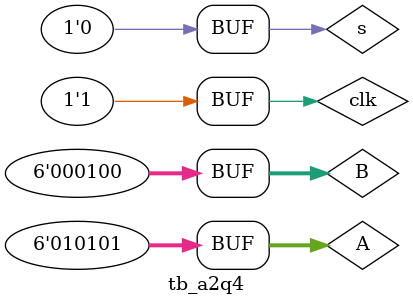
<source format=sv>
module a2q4 #(parameter N=1)(
	input logic clk, s,
	output logic done,
	input logic[N-1:0] A,B,
	output logic [N-1:0] Q,R
);

logic [1:0] state;
localparam idle = 2'b00;
localparam calculate = 2'b01;
localparam finish = 2'b10;
assign done = state[1];

always_ff @ (posedge clk) begin
	case(state)
		idle: if(s) state <= calculate;
		calculate: if(R<B) state <= finish;
		finish: state <= idle;
		default: state <= idle;
	endcase
end


always_ff @ (posedge clk) begin
	case(state)
		idle: begin
			Q <= 0;
			R <= A;
		end
		calculate: begin
			if(R>=B) begin
				R <= R-B;
				Q <= Q+1'b1;
			end
		end
	endcase
end
endmodule


`timescale 1ns/1ns
module tb_a2q4();

parameter N=6;

logic clk, s, done;
logic[N-1:0] A,B,Q,R;

a2q4 #(.N(N)) assignment2q4 (.clk(clk),.A(A),.B(B),.R(R),.Q(Q),.s(s),.done(done));

always begin
	clk=0; #1; clk=1; #1;
end

initial begin
	s=0; A=21; B=4; #3;
	s=1'b1; #1;
	s=1'b0;
end

endmodule

</source>
